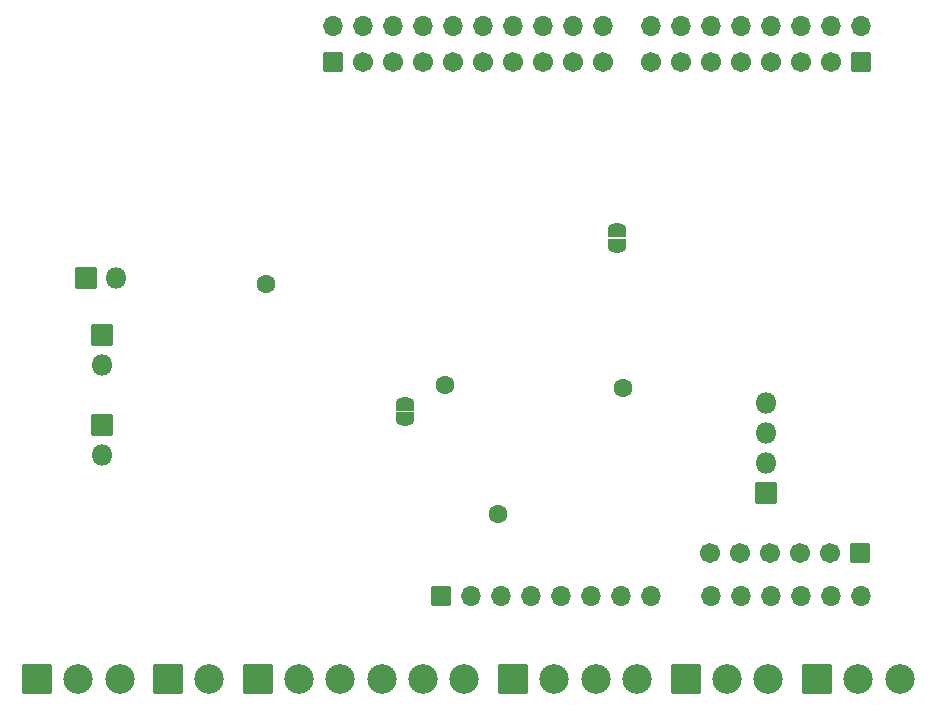
<source format=gbs>
%TF.GenerationSoftware,KiCad,Pcbnew,(6.0.1-0)*%
%TF.CreationDate,2022-02-06T09:10:28-08:00*%
%TF.ProjectId,power-wedge-control,706f7765-722d-4776-9564-67652d636f6e,1*%
%TF.SameCoordinates,Original*%
%TF.FileFunction,Soldermask,Bot*%
%TF.FilePolarity,Negative*%
%FSLAX46Y46*%
G04 Gerber Fmt 4.6, Leading zero omitted, Abs format (unit mm)*
G04 Created by KiCad (PCBNEW (6.0.1-0)) date 2022-02-06 09:10:28*
%MOMM*%
%LPD*%
G01*
G04 APERTURE LIST*
G04 Aperture macros list*
%AMRoundRect*
0 Rectangle with rounded corners*
0 $1 Rounding radius*
0 $2 $3 $4 $5 $6 $7 $8 $9 X,Y pos of 4 corners*
0 Add a 4 corners polygon primitive as box body*
4,1,4,$2,$3,$4,$5,$6,$7,$8,$9,$2,$3,0*
0 Add four circle primitives for the rounded corners*
1,1,$1+$1,$2,$3*
1,1,$1+$1,$4,$5*
1,1,$1+$1,$6,$7*
1,1,$1+$1,$8,$9*
0 Add four rect primitives between the rounded corners*
20,1,$1+$1,$2,$3,$4,$5,0*
20,1,$1+$1,$4,$5,$6,$7,0*
20,1,$1+$1,$6,$7,$8,$9,0*
20,1,$1+$1,$8,$9,$2,$3,0*%
%AMFreePoly0*
4,1,37,0.535921,0.785921,0.550800,0.750000,0.550800,-0.750000,0.535921,-0.785921,0.500000,-0.800800,0.000000,-0.800800,-0.012526,-0.795612,-0.080872,-0.794359,-0.095090,-0.792057,-0.230405,-0.749782,-0.243405,-0.743581,-0.361415,-0.665026,-0.372153,-0.655426,-0.463373,-0.546907,-0.470984,-0.534678,-0.528079,-0.404919,-0.531952,-0.391047,-0.549535,-0.256587,-0.548147,-0.256405,-0.550800,-0.250000,
-0.550800,0.250000,-0.550314,0.251174,-0.550158,0.263925,-0.528347,0.404002,-0.524136,0.417775,-0.463888,0.546100,-0.455980,0.558139,-0.362136,0.664397,-0.351168,0.673732,-0.231273,0.749380,-0.218125,0.755261,-0.081818,0.794218,-0.067547,0.796173,-0.011991,0.795833,0.000000,0.800800,0.500000,0.800800,0.535921,0.785921,0.535921,0.785921,$1*%
%AMFreePoly1*
4,1,37,0.012350,0.795685,0.074215,0.795307,0.088460,0.793178,0.224281,0.752559,0.237356,0.746518,0.356318,0.669411,0.367173,0.659942,0.459711,0.552545,0.467470,0.540411,0.526147,0.411359,0.530190,0.397535,0.550287,0.257202,0.550800,0.250000,0.550800,-0.250000,0.550796,-0.250620,0.550647,-0.262836,0.549947,-0.270644,0.526427,-0.410445,0.522048,-0.424167,0.460236,-0.551746,
0.452182,-0.563686,0.357047,-0.668790,0.345965,-0.677991,0.225155,-0.752168,0.211936,-0.757888,0.075163,-0.795177,0.060870,-0.796957,0.011464,-0.796051,0.000000,-0.800800,-0.500000,-0.800800,-0.535921,-0.785921,-0.550800,-0.750000,-0.550800,0.750000,-0.535921,0.785921,-0.500000,0.800800,0.000000,0.800800,0.012350,0.795685,0.012350,0.795685,$1*%
G04 Aperture macros list end*
%ADD10RoundRect,0.050800X-1.200000X-1.200000X1.200000X-1.200000X1.200000X1.200000X-1.200000X1.200000X0*%
%ADD11C,2.501600*%
%ADD12RoundRect,0.050800X0.850000X-0.850000X0.850000X0.850000X-0.850000X0.850000X-0.850000X-0.850000X0*%
%ADD13O,1.801600X1.801600*%
%ADD14C,1.601600*%
%ADD15FreePoly0,90.000000*%
%ADD16FreePoly1,90.000000*%
%ADD17RoundRect,0.050800X-0.800000X0.800000X-0.800000X-0.800000X0.800000X-0.800000X0.800000X0.800000X0*%
%ADD18C,1.701600*%
%ADD19O,1.701600X1.701600*%
%ADD20RoundRect,0.050800X0.850000X0.850000X-0.850000X0.850000X-0.850000X-0.850000X0.850000X-0.850000X0*%
%ADD21RoundRect,0.050800X-0.850000X-0.850000X0.850000X-0.850000X0.850000X0.850000X-0.850000X0.850000X0*%
%ADD22FreePoly0,270.000000*%
%ADD23FreePoly1,270.000000*%
%ADD24RoundRect,0.050800X0.800000X-0.800000X0.800000X0.800000X-0.800000X0.800000X-0.800000X-0.800000X0*%
G04 APERTURE END LIST*
D10*
%TO.C,J1*%
X126908800Y-134655400D03*
D11*
X130408800Y-134655400D03*
%TD*%
D10*
%TO.C,J2*%
X115830800Y-134655400D03*
D11*
X119330800Y-134655400D03*
X122830800Y-134655400D03*
%TD*%
D12*
%TO.C,J3*%
X120000000Y-100700000D03*
D13*
X122540000Y-100700000D03*
%TD*%
D10*
%TO.C,J4*%
X170744000Y-134631200D03*
D11*
X174244000Y-134631200D03*
X177744000Y-134631200D03*
%TD*%
D10*
%TO.C,J5*%
X181869200Y-134631200D03*
D11*
X185369200Y-134631200D03*
X188869200Y-134631200D03*
%TD*%
D10*
%TO.C,J6*%
X134498800Y-134655400D03*
D11*
X137998800Y-134655400D03*
X141498800Y-134655400D03*
X144998800Y-134655400D03*
X148498800Y-134655400D03*
X151998800Y-134655400D03*
%TD*%
D10*
%TO.C,J7*%
X156113600Y-134655400D03*
D11*
X159613600Y-134655400D03*
X163113600Y-134655400D03*
X166613600Y-134655400D03*
%TD*%
D14*
%TO.C,TP4*%
X135238000Y-101181000D03*
%TD*%
D15*
%TO.C,JP3*%
X164896800Y-97932000D03*
D16*
X164896800Y-96632000D03*
%TD*%
D14*
%TO.C,TP1*%
X154863800Y-120675400D03*
%TD*%
D17*
%TO.C,J10*%
X140843000Y-82372200D03*
D18*
X143383000Y-82372200D03*
X145923000Y-82372200D03*
X148463000Y-82372200D03*
X151003000Y-82372200D03*
X153543000Y-82372200D03*
X156083000Y-82372200D03*
X158623000Y-82372200D03*
X161163000Y-82372200D03*
X163703000Y-82372200D03*
%TD*%
D17*
%TO.C,A1*%
X149987000Y-127635000D03*
D19*
X152527000Y-127635000D03*
X155067000Y-127635000D03*
X157607000Y-127635000D03*
X160147000Y-127635000D03*
X162687000Y-127635000D03*
X165227000Y-127635000D03*
X167767000Y-127635000D03*
X172847000Y-127635000D03*
X175387000Y-127635000D03*
X177927000Y-127635000D03*
X180467000Y-127635000D03*
X183007000Y-127635000D03*
X185547000Y-127635000D03*
X185547000Y-79375000D03*
X183007000Y-79375000D03*
X180467000Y-79375000D03*
X177927000Y-79375000D03*
X175387000Y-79375000D03*
X172847000Y-79375000D03*
X170307000Y-79375000D03*
X167767000Y-79375000D03*
X163707000Y-79375000D03*
X161167000Y-79375000D03*
X158627000Y-79375000D03*
X156087000Y-79375000D03*
X153547000Y-79375000D03*
X151007000Y-79375000D03*
X148467000Y-79375000D03*
X145927000Y-79375000D03*
X143387000Y-79375000D03*
X140847000Y-79375000D03*
%TD*%
D14*
%TO.C,TP2*%
X165404800Y-110032800D03*
%TD*%
D20*
%TO.C,SW1*%
X121325000Y-105525000D03*
D13*
X121325000Y-108065000D03*
%TD*%
D21*
%TO.C,J8*%
X177546000Y-118857000D03*
D13*
X177546000Y-116317000D03*
X177546000Y-113777000D03*
X177546000Y-111237000D03*
%TD*%
D20*
%TO.C,JP1*%
X121318500Y-113129600D03*
D13*
X121318500Y-115669600D03*
%TD*%
D22*
%TO.C,JP2*%
X147000000Y-111350000D03*
D23*
X147000000Y-112650000D03*
%TD*%
D24*
%TO.C,J12*%
X185521600Y-123926600D03*
D18*
X182981600Y-123926600D03*
X180441600Y-123926600D03*
X177901600Y-123926600D03*
X175361600Y-123926600D03*
X172821600Y-123926600D03*
%TD*%
D14*
%TO.C,TP3*%
X150342600Y-109702600D03*
%TD*%
D24*
%TO.C,J11*%
X185552400Y-82372200D03*
D18*
X183012400Y-82372200D03*
X180472400Y-82372200D03*
X177932400Y-82372200D03*
X175392400Y-82372200D03*
X172852400Y-82372200D03*
X170312400Y-82372200D03*
X167772400Y-82372200D03*
%TD*%
M02*

</source>
